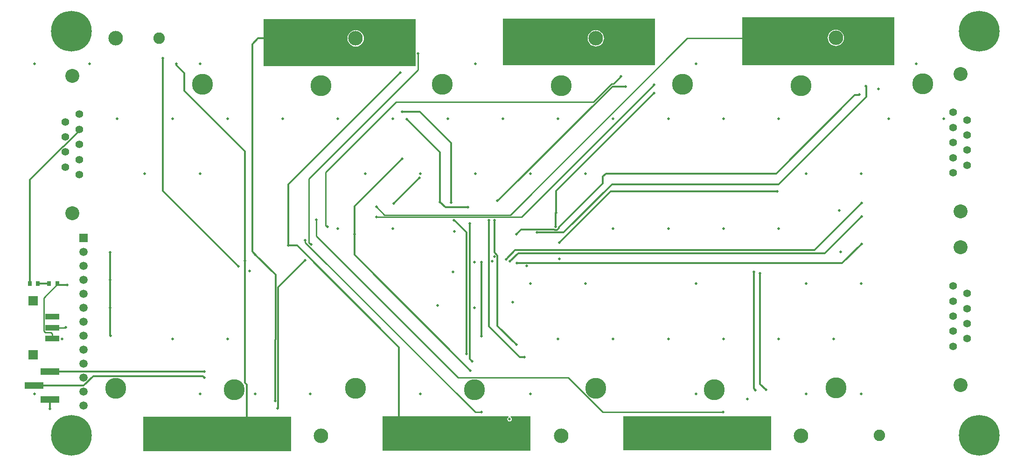
<source format=gbl>
G04*
G04 #@! TF.GenerationSoftware,Altium Limited,Altium Designer,20.2.6 (244)*
G04*
G04 Layer_Physical_Order=4*
G04 Layer_Color=16711680*
%FSLAX25Y25*%
%MOIN*%
G70*
G04*
G04 #@! TF.SameCoordinates,A281CC0B-DA72-4783-A236-2048B1716941*
G04*
G04*
G04 #@! TF.FilePolarity,Positive*
G04*
G01*
G75*
%ADD12C,0.01000*%
%ADD17R,0.02756X0.03543*%
%ADD48C,0.08200*%
%ADD53C,0.01200*%
%ADD55C,0.15000*%
%ADD56C,0.10400*%
%ADD57C,0.10000*%
%ADD58C,0.05500*%
%ADD59C,0.29134*%
%ADD60C,0.05906*%
%ADD61R,0.05906X0.05906*%
%ADD62C,0.01987*%
%ADD63R,0.10039X0.03937*%
%ADD64R,0.06693X0.06693*%
%ADD65R,0.13504X0.05000*%
G36*
X417146Y298600D02*
X417146Y265285D01*
X308496D01*
X308496Y298600D01*
X417146Y298600D01*
D02*
G37*
G36*
X588156Y299340D02*
X588156Y265025D01*
X479506D01*
X479506Y299340D01*
X588156Y299340D01*
D02*
G37*
G36*
X246170Y298110D02*
X246170Y273716D01*
X246105Y273390D01*
X246170Y273064D01*
X246170Y264620D01*
X137520D01*
X137520Y298110D01*
X246170Y298110D01*
D02*
G37*
G36*
X328067Y-10892D02*
X222447D01*
X222447Y13698D01*
X312401Y13698D01*
X312481Y13448D01*
X312484Y13198D01*
X312021Y12889D01*
X311669Y12362D01*
X311545Y11740D01*
X311669Y11118D01*
X312021Y10591D01*
X312548Y10239D01*
X313170Y10115D01*
X313792Y10239D01*
X314319Y10591D01*
X314671Y11118D01*
X314795Y11740D01*
X314671Y12362D01*
X314319Y12889D01*
X313856Y13198D01*
X313859Y13448D01*
X313939Y13698D01*
X328067D01*
X328067Y-10892D01*
D02*
G37*
G36*
X499997Y-10632D02*
X394377D01*
X394377Y13958D01*
X499997Y13958D01*
X499997Y-10632D01*
D02*
G37*
G36*
X157155Y-11140D02*
X51535D01*
X51535Y13450D01*
X157155Y13450D01*
X157155Y-11140D01*
D02*
G37*
%LPC*%
G36*
X374767Y290248D02*
X373630Y290136D01*
X372536Y289804D01*
X371529Y289266D01*
X370646Y288541D01*
X369921Y287658D01*
X369382Y286650D01*
X369051Y285557D01*
X368939Y284420D01*
X369051Y283283D01*
X369382Y282190D01*
X369921Y281182D01*
X370646Y280299D01*
X371529Y279574D01*
X372536Y279036D01*
X373630Y278704D01*
X374767Y278592D01*
X375904Y278704D01*
X376997Y279036D01*
X378005Y279574D01*
X378888Y280299D01*
X379612Y281182D01*
X380151Y282190D01*
X380483Y283283D01*
X380595Y284420D01*
X380483Y285557D01*
X380151Y286650D01*
X379612Y287658D01*
X378888Y288541D01*
X378005Y289266D01*
X376997Y289804D01*
X375904Y290136D01*
X374767Y290248D01*
D02*
G37*
G36*
X546310Y290558D02*
X545173Y290446D01*
X544080Y290114D01*
X543072Y289576D01*
X542189Y288851D01*
X541464Y287968D01*
X540926Y286960D01*
X540594Y285867D01*
X540482Y284730D01*
X540594Y283593D01*
X540926Y282500D01*
X541464Y281492D01*
X542189Y280609D01*
X543072Y279884D01*
X544080Y279346D01*
X545173Y279014D01*
X546310Y278902D01*
X547447Y279014D01*
X548540Y279346D01*
X549548Y279884D01*
X550431Y280609D01*
X551156Y281492D01*
X551694Y282500D01*
X552026Y283593D01*
X552138Y284730D01*
X552026Y285867D01*
X551694Y286960D01*
X551156Y287968D01*
X550431Y288851D01*
X549548Y289576D01*
X548540Y290114D01*
X547447Y290446D01*
X546310Y290558D01*
D02*
G37*
G36*
X203223Y290158D02*
X202086Y290046D01*
X200993Y289714D01*
X199985Y289176D01*
X199102Y288451D01*
X198378Y287568D01*
X197839Y286560D01*
X197507Y285467D01*
X197395Y284330D01*
X197507Y283193D01*
X197839Y282100D01*
X198378Y281092D01*
X199102Y280209D01*
X199985Y279484D01*
X200993Y278946D01*
X202086Y278614D01*
X203223Y278502D01*
X204360Y278614D01*
X205454Y278946D01*
X206461Y279484D01*
X207344Y280209D01*
X208069Y281092D01*
X208608Y282100D01*
X208939Y283193D01*
X209051Y284330D01*
X208939Y285467D01*
X208608Y286560D01*
X208069Y287568D01*
X207344Y288451D01*
X206461Y289176D01*
X205454Y289714D01*
X204360Y290046D01*
X203223Y290158D01*
D02*
G37*
%LPD*%
D12*
X387278Y251660D02*
X392628Y257010D01*
X385920Y251660D02*
X387278D01*
X182801Y149323D02*
X183068D01*
X321750Y156360D02*
X416390Y251000D01*
X313780Y157960D02*
X440200Y284380D01*
X223880Y157960D02*
X313780D01*
X217930Y163910D02*
X223880Y157960D01*
X218100Y156360D02*
X321750D01*
X217930Y156530D02*
X218100Y156360D01*
X231960Y238730D02*
X372990D01*
X385920Y251660D01*
X440200Y284380D02*
X490538D01*
X181640Y188410D02*
X231960Y238730D01*
X174930Y142800D02*
Y154600D01*
X276250Y41480D02*
X355044D01*
X174930Y142800D02*
X276250Y41480D01*
X181640Y150053D02*
Y188410D01*
X167202Y138066D02*
X288578Y16690D01*
X167202Y138066D02*
Y139669D01*
X288578Y16690D02*
X293080D01*
X169654Y183754D02*
X247730Y261830D01*
X169654Y137876D02*
Y183754D01*
X247730Y261830D02*
Y273390D01*
X169654Y137876D02*
X170085D01*
X171068Y136894D01*
X171335D01*
X167013Y139858D02*
X167202Y139669D01*
X-4260Y77250D02*
X-4030Y77480D01*
X-13536Y77250D02*
X-4260D01*
X-13536Y69376D02*
Y72844D01*
X-19656Y74826D02*
Y98575D01*
X-14527Y73835D02*
X-13536Y72844D01*
X-19656Y98575D02*
X-9894Y108336D01*
Y108730D01*
X-18665Y73835D02*
X-14527D01*
X-19656Y74826D02*
X-18665Y73835D01*
X355044Y41480D02*
X379774Y16750D01*
X465780D01*
X181640Y150053D02*
X182071D01*
X182801Y149323D01*
D17*
X-9894Y108730D02*
D03*
X-15800D02*
D03*
X-29717D02*
D03*
X-23812D02*
D03*
D48*
X405767Y-80D02*
D03*
Y284420D02*
D03*
X147547Y-120D02*
D03*
Y284380D02*
D03*
X234223Y-170D02*
D03*
Y284330D02*
D03*
X318995Y-120D02*
D03*
Y284380D02*
D03*
X577310Y284730D02*
D03*
Y230D02*
D03*
X62870Y-170D02*
D03*
Y284330D02*
D03*
X490538Y-120D02*
D03*
Y284380D02*
D03*
D53*
X147800Y19727D02*
Y106073D01*
X147547Y19473D02*
X147800Y19727D01*
X-9894Y108418D02*
Y108730D01*
Y108418D02*
X-9116Y107640D01*
X-2990D01*
X129256Y131734D02*
Y280209D01*
X133427Y284380D02*
X147547D01*
X129256Y280209D02*
X133427Y284380D01*
X125247Y1703D02*
X127070Y-120D01*
X147547D01*
X125247Y1703D02*
Y36484D01*
X302350Y131132D02*
X304544Y128939D01*
X302350Y131132D02*
Y154030D01*
X304544Y78596D02*
Y128939D01*
Y78596D02*
X318120Y65020D01*
X298470Y78260D02*
Y153900D01*
X298340Y154030D02*
X298470Y153900D01*
X318530Y123504D02*
X434704D01*
X434888Y123320D01*
X550850D01*
X293050Y123990D02*
X293060Y123980D01*
X313500Y124640D02*
X319310Y130450D01*
X492220Y36960D02*
X496250Y32930D01*
X492220Y36960D02*
Y116230D01*
X346353Y159420D02*
Y174983D01*
X346220Y149400D02*
Y159200D01*
X346440Y159420D01*
X321476Y147510D02*
X345008D01*
X348414Y148969D02*
X379850Y180405D01*
X345311Y147206D02*
X347129D01*
X348414Y148491D01*
X345008Y147510D02*
X345311Y147206D01*
X348414Y148491D02*
Y148969D01*
X304410Y168143D02*
X304807D01*
X386624Y249960D01*
X346353Y159420D02*
X346440D01*
X318120Y144154D02*
X321476Y147510D01*
X332836Y145316D02*
X351846D01*
X386420Y179890D01*
X346353Y174983D02*
X416560Y245190D01*
X379850Y180405D02*
Y185490D01*
X386420Y179890D02*
X505490D01*
X487630Y33764D02*
X488794Y32600D01*
X487630Y33764D02*
Y117040D01*
X550850Y123320D02*
X564630Y137100D01*
X319310Y130450D02*
X538297D01*
X310609Y126241D02*
X317058Y132690D01*
X531170D01*
X564800Y166320D01*
X538297Y130450D02*
X564567Y156720D01*
X267278Y163520D02*
X283420D01*
X263527Y167271D02*
X267278Y163520D01*
X249170Y231640D02*
X271300Y209510D01*
Y166930D02*
Y209510D01*
X562600Y244080D02*
X563180D01*
X562250Y243730D02*
X562600Y244080D01*
X559830Y243730D02*
X562250D01*
X503730Y187630D02*
X559830Y243730D01*
X381990Y187630D02*
X503730D01*
X379850Y185490D02*
X381990Y187630D01*
X567980Y242380D02*
Y250040D01*
X568100Y250160D01*
X567740D02*
X568100D01*
X385295Y174775D02*
X504300D01*
X348630Y138110D02*
X385295Y174775D01*
X505490Y179890D02*
X567980Y242380D01*
X386624Y249960D02*
X396110D01*
X230415Y166235D02*
X248640Y184460D01*
X263527Y167271D02*
Y202653D01*
X239700Y226480D02*
X263527Y202653D01*
X236480Y231640D02*
X249170D01*
X298470Y78260D02*
X320540Y56190D01*
X323740D01*
X293050Y71270D02*
Y123990D01*
X202270Y129450D02*
Y144140D01*
Y164070D01*
X236350Y198150D01*
X202270Y129450D02*
X285150Y46570D01*
X282270Y58390D02*
Y145443D01*
X274077Y153636D02*
X282270Y145443D01*
X284646Y54937D02*
X286300Y53283D01*
X284646Y54937D02*
Y151831D01*
X286300Y53070D02*
Y53283D01*
X234223Y-80D02*
Y63237D01*
X161490Y135970D02*
X234223Y63237D01*
X155030Y135970D02*
X161490D01*
X94027Y42530D02*
X95140Y41417D01*
X-26764Y35760D02*
X8794D01*
X15564Y42530D01*
X94027D01*
X-15268Y45760D02*
X95140D01*
X155030Y179670D02*
X235130Y259770D01*
X155030Y135970D02*
Y179670D01*
X124010Y125240D02*
Y203540D01*
X80730Y246820D02*
Y259400D01*
Y246820D02*
X124010Y203540D01*
X75080Y265050D02*
X80730Y259400D01*
X65360Y175270D02*
Y270240D01*
Y175270D02*
X119430Y121200D01*
X75080Y265050D02*
Y266150D01*
X124010Y37720D02*
Y125240D01*
Y37720D02*
X125247Y36484D01*
X131480Y129510D02*
X146000Y114990D01*
Y68838D02*
Y114990D01*
X145606Y68445D02*
X146000Y68838D01*
X145606Y24960D02*
Y68445D01*
X147800Y106073D02*
X167106Y125379D01*
X27860Y111328D02*
Y131238D01*
Y91417D02*
Y111328D01*
Y71455D02*
Y91417D01*
Y71455D02*
X27897Y71417D01*
X129256Y131734D02*
X131480Y129510D01*
X-15268Y19358D02*
X-15130Y19220D01*
X-15268Y19358D02*
Y25760D01*
X-23812Y108730D02*
X-15800D01*
X-29717D02*
Y183255D01*
X-6005Y206966D01*
X-5621D01*
X5631Y218218D01*
Y219197D01*
D55*
X436767Y251420D02*
D03*
X374767Y33920D02*
D03*
X178547Y250380D02*
D03*
X116547Y32880D02*
D03*
X265223Y251330D02*
D03*
X203223Y33830D02*
D03*
X349995Y250380D02*
D03*
X287995Y32880D02*
D03*
X546310Y34230D02*
D03*
X608310Y251730D02*
D03*
X93870Y251330D02*
D03*
X31870Y33830D02*
D03*
X521538Y250380D02*
D03*
X459538Y32880D02*
D03*
D56*
X374767Y284420D02*
D03*
X178547Y-120D02*
D03*
X203223Y284330D02*
D03*
X349995Y-120D02*
D03*
X546310Y284730D02*
D03*
X31870Y284330D02*
D03*
X521538Y-120D02*
D03*
D57*
X635251Y36301D02*
D03*
Y134701D02*
D03*
Y160551D02*
D03*
Y258951D02*
D03*
X600Y159210D02*
D03*
Y257610D02*
D03*
D58*
X630220Y63926D02*
D03*
X640220Y69320D02*
D03*
X630220Y74714D02*
D03*
X640220Y80107D02*
D03*
X630220Y85501D02*
D03*
X640220Y90895D02*
D03*
X630220Y96289D02*
D03*
X640220Y101682D02*
D03*
X630220Y107076D02*
D03*
Y188176D02*
D03*
X640220Y193570D02*
D03*
X630220Y198964D02*
D03*
X640220Y204357D02*
D03*
X630220Y209751D02*
D03*
X640220Y215145D02*
D03*
X630220Y220538D02*
D03*
X640220Y225932D02*
D03*
X630220Y231326D02*
D03*
X5631Y186835D02*
D03*
X-4369Y192229D02*
D03*
X5631Y197623D02*
D03*
X-4369Y203016D02*
D03*
X5631Y208410D02*
D03*
X-4369Y213804D02*
D03*
X5631Y219197D02*
D03*
X-4369Y224591D02*
D03*
X5631Y229985D02*
D03*
D59*
X0Y289340D02*
D03*
Y0D02*
D03*
X648700D02*
D03*
Y289340D02*
D03*
D60*
X8579Y61417D02*
D03*
Y51417D02*
D03*
Y21417D02*
D03*
Y31417D02*
D03*
Y41417D02*
D03*
Y131417D02*
D03*
Y121417D02*
D03*
Y111417D02*
D03*
Y101417D02*
D03*
Y71417D02*
D03*
Y81417D02*
D03*
Y91417D02*
D03*
D61*
Y141417D02*
D03*
D62*
X147547Y19473D02*
D03*
X603737Y266130D02*
D03*
X623422Y226760D02*
D03*
X584052D02*
D03*
X564367Y187390D02*
D03*
Y108650D02*
D03*
Y29910D02*
D03*
X524997Y187390D02*
D03*
Y108650D02*
D03*
X544682Y69280D02*
D03*
X524997Y29910D02*
D03*
X505312Y226760D02*
D03*
Y148020D02*
D03*
Y69280D02*
D03*
X446257Y266130D02*
D03*
X465942Y226760D02*
D03*
Y148020D02*
D03*
X446257Y108650D02*
D03*
X465942Y69280D02*
D03*
X446257Y29910D02*
D03*
X426572Y226760D02*
D03*
Y148020D02*
D03*
Y69280D02*
D03*
X387201Y226760D02*
D03*
X367516Y187390D02*
D03*
X387201Y148020D02*
D03*
X367516Y108650D02*
D03*
X387201Y69280D02*
D03*
X347831Y226760D02*
D03*
X328146Y187390D02*
D03*
Y108650D02*
D03*
X347831Y69280D02*
D03*
X328146Y29910D02*
D03*
X288776Y266130D02*
D03*
X308461Y226760D02*
D03*
X288776Y187390D02*
D03*
X269091Y226760D02*
D03*
X249406Y187390D02*
D03*
Y29910D02*
D03*
X229721Y226760D02*
D03*
X210036Y187390D02*
D03*
X229721Y148020D02*
D03*
X190351Y226760D02*
D03*
Y148020D02*
D03*
X170666Y29910D02*
D03*
X150981Y226760D02*
D03*
X131296Y29910D02*
D03*
X91926Y266130D02*
D03*
X111611Y226760D02*
D03*
X91926Y187390D02*
D03*
X111611Y69280D02*
D03*
X91926Y29910D02*
D03*
X72241Y226760D02*
D03*
X52556Y187390D02*
D03*
X72241Y69280D02*
D03*
X13186Y266130D02*
D03*
X32871Y226760D02*
D03*
X-26184Y266130D02*
D03*
X-6499Y69280D02*
D03*
X-26184Y29910D02*
D03*
X392628Y257010D02*
D03*
X273796Y145988D02*
D03*
X183068Y149323D02*
D03*
X300698Y124640D02*
D03*
X302350Y128030D02*
D03*
X-2990Y107640D02*
D03*
X325520Y121310D02*
D03*
X318530Y123504D02*
D03*
X293060Y123980D02*
D03*
X288039D02*
D03*
X272582Y117180D02*
D03*
X313500Y124640D02*
D03*
X496250Y32930D02*
D03*
X492220Y116230D02*
D03*
X346220Y149400D02*
D03*
X304410Y168143D02*
D03*
X346440Y159420D02*
D03*
X332836Y145316D02*
D03*
X488794Y32600D02*
D03*
X487630Y117040D02*
D03*
X283420Y163520D02*
D03*
X271300Y166930D02*
D03*
X298340Y154030D02*
D03*
X273470D02*
D03*
X302350D02*
D03*
X576870Y247990D02*
D03*
X563180Y244080D02*
D03*
X567740Y250160D02*
D03*
X318120Y144154D02*
D03*
X396110Y249960D02*
D03*
X416560Y245190D02*
D03*
X483020Y26010D02*
D03*
X504300Y174775D02*
D03*
X248640Y184460D02*
D03*
X230415Y166235D02*
D03*
X217930Y163910D02*
D03*
Y156530D02*
D03*
X261700Y93041D02*
D03*
X315340Y95526D02*
D03*
X288039Y91440D02*
D03*
X202270Y144140D02*
D03*
X285150Y46570D02*
D03*
X236350Y198150D02*
D03*
X239700Y226480D02*
D03*
X236480Y231640D02*
D03*
X263527Y167271D02*
D03*
X323740Y56190D02*
D03*
X318120Y65020D02*
D03*
X310609Y126241D02*
D03*
X282270Y58390D02*
D03*
X286300Y53070D02*
D03*
X284646Y151831D02*
D03*
X293050Y71270D02*
D03*
X95140Y41417D02*
D03*
Y45760D02*
D03*
X564630Y137100D02*
D03*
X549650Y131400D02*
D03*
X348640Y126620D02*
D03*
X564567Y156720D02*
D03*
X564800Y166320D02*
D03*
X548810Y161070D02*
D03*
X235130Y259770D02*
D03*
X75080Y266150D02*
D03*
X119430Y121200D02*
D03*
X124010Y125240D02*
D03*
X155030Y135970D02*
D03*
X167106Y125379D02*
D03*
X167013Y139858D02*
D03*
X171335Y136894D02*
D03*
X27860Y111328D02*
D03*
Y91417D02*
D03*
Y131238D02*
D03*
X27897Y71417D02*
D03*
X348630Y138110D02*
D03*
X-4030Y77480D02*
D03*
X127549Y117870D02*
D03*
X465780Y16750D02*
D03*
X174930Y154600D02*
D03*
X416390Y251000D02*
D03*
X313170Y11740D02*
D03*
X293080Y16690D02*
D03*
X247730Y273390D02*
D03*
X131480Y129510D02*
D03*
X-15130Y19220D02*
D03*
X65360Y270240D02*
D03*
X145606Y24960D02*
D03*
D63*
X-13536Y69376D02*
D03*
Y77250D02*
D03*
Y85124D02*
D03*
D64*
X-27217Y57959D02*
D03*
Y96541D02*
D03*
D65*
X-15268Y25760D02*
D03*
X-26764Y35760D02*
D03*
X-15268Y45760D02*
D03*
M02*

</source>
